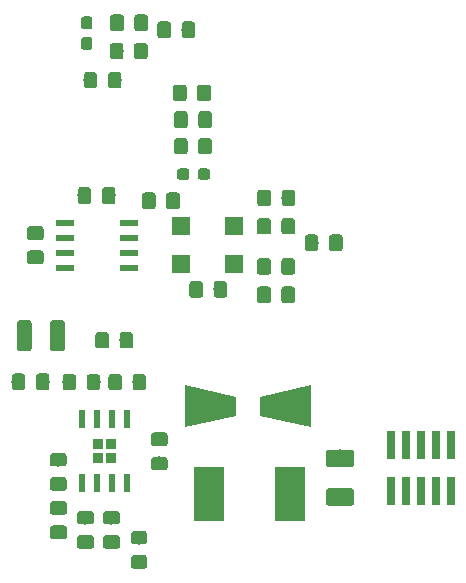
<source format=gbp>
G04 #@! TF.GenerationSoftware,KiCad,Pcbnew,(5.99.0-97-g37fac7a8f)*
G04 #@! TF.CreationDate,2019-12-11T21:19:42+01:00*
G04 #@! TF.ProjectId,canbox,63616e62-6f78-42e6-9b69-6361645f7063,rev?*
G04 #@! TF.SameCoordinates,Original*
G04 #@! TF.FileFunction,Paste,Bot*
G04 #@! TF.FilePolarity,Positive*
%FSLAX46Y46*%
G04 Gerber Fmt 4.6, Leading zero omitted, Abs format (unit mm)*
G04 Created by KiCad (PCBNEW (5.99.0-97-g37fac7a8f)) date 2019-12-11 21:19:42*
%MOMM*%
%LPD*%
G04 APERTURE LIST*
%ADD10C,0.100000*%
%ADD11C,1.150000*%
%ADD12C,1.250000*%
%ADD13C,2.532420*%
%ADD14R,1.524000X1.524000*%
%ADD15R,0.740000X2.400000*%
%ADD16C,1.500000*%
%ADD17R,0.950000X0.950000*%
%ADD18R,0.600000X1.550000*%
%ADD19R,1.550000X0.600000*%
%ADD20C,0.950000*%
%ADD21R,2.500000X4.600000*%
G04 APERTURE END LIST*
D10*
G36*
X40785711Y-22754070D02*
G01*
X40866817Y-22808263D01*
X40921010Y-22889369D01*
X40940040Y-22985039D01*
X40940040Y-23885041D01*
X40921010Y-23980711D01*
X40866817Y-24061817D01*
X40785711Y-24116010D01*
X40690041Y-24135040D01*
X40040039Y-24135040D01*
X39944369Y-24116010D01*
X39863263Y-24061817D01*
X39809070Y-23980711D01*
X39790040Y-23885041D01*
X39790040Y-22985039D01*
X39809070Y-22889369D01*
X39863263Y-22808263D01*
X39944369Y-22754070D01*
X40040039Y-22735040D01*
X40690041Y-22735040D01*
X40785711Y-22754070D01*
X40785711Y-22754070D01*
G37*
D11*
X40365040Y-23435040D03*
D10*
G36*
X42835711Y-22754070D02*
G01*
X42916817Y-22808263D01*
X42971010Y-22889369D01*
X42990040Y-22985039D01*
X42990040Y-23885041D01*
X42971010Y-23980711D01*
X42916817Y-24061817D01*
X42835711Y-24116010D01*
X42740041Y-24135040D01*
X42090039Y-24135040D01*
X41994369Y-24116010D01*
X41913263Y-24061817D01*
X41859070Y-23980711D01*
X41840040Y-23885041D01*
X41840040Y-22985039D01*
X41859070Y-22889369D01*
X41913263Y-22808263D01*
X41994369Y-22754070D01*
X42090039Y-22735040D01*
X42740041Y-22735040D01*
X42835711Y-22754070D01*
X42835711Y-22754070D01*
G37*
D11*
X42415040Y-23435040D03*
D10*
G36*
X31785711Y-48029070D02*
G01*
X31866817Y-48083263D01*
X31921010Y-48164369D01*
X31940040Y-48260040D01*
X31940040Y-50410040D01*
X31921010Y-50505711D01*
X31866817Y-50586817D01*
X31785711Y-50641010D01*
X31690040Y-50660040D01*
X30940040Y-50660040D01*
X30844369Y-50641010D01*
X30763263Y-50586817D01*
X30709070Y-50505711D01*
X30690040Y-50410040D01*
X30690040Y-48260040D01*
X30709070Y-48164369D01*
X30763263Y-48083263D01*
X30844369Y-48029070D01*
X30940040Y-48010040D01*
X31690040Y-48010040D01*
X31785711Y-48029070D01*
X31785711Y-48029070D01*
G37*
D12*
X31315040Y-49335040D03*
D10*
G36*
X28985711Y-48029070D02*
G01*
X29066817Y-48083263D01*
X29121010Y-48164369D01*
X29140040Y-48260040D01*
X29140040Y-50410040D01*
X29121010Y-50505711D01*
X29066817Y-50586817D01*
X28985711Y-50641010D01*
X28890040Y-50660040D01*
X28140040Y-50660040D01*
X28044369Y-50641010D01*
X27963263Y-50586817D01*
X27909070Y-50505711D01*
X27890040Y-50410040D01*
X27890040Y-48260040D01*
X27909070Y-48164369D01*
X27963263Y-48083263D01*
X28044369Y-48029070D01*
X28140040Y-48010040D01*
X28890040Y-48010040D01*
X28985711Y-48029070D01*
X28985711Y-48029070D01*
G37*
D12*
X28515040Y-49335040D03*
D13*
X50657760Y-55298340D03*
D10*
G36*
X52807760Y-53498340D02*
G01*
X52807760Y-57098340D01*
X48507760Y-56098340D01*
X48507760Y-54498340D01*
X52807760Y-53498340D01*
X52807760Y-53498340D01*
G37*
D13*
X44257760Y-55298340D03*
D10*
G36*
X42107760Y-57098340D02*
G01*
X42107760Y-53498340D01*
X46407760Y-54498340D01*
X46407760Y-56098340D01*
X42107760Y-57098340D01*
X42107760Y-57098340D01*
G37*
D14*
X41758661Y-40065858D03*
X41758661Y-43265858D03*
X46258661Y-43265858D03*
X46258661Y-40065858D03*
D10*
G36*
X35530529Y-49040499D02*
G01*
X35611635Y-49094692D01*
X35665828Y-49175798D01*
X35684858Y-49271468D01*
X35684858Y-50171470D01*
X35665828Y-50267140D01*
X35611635Y-50348246D01*
X35530529Y-50402439D01*
X35434859Y-50421469D01*
X34784857Y-50421469D01*
X34689187Y-50402439D01*
X34608081Y-50348246D01*
X34553888Y-50267140D01*
X34534858Y-50171470D01*
X34534858Y-49271468D01*
X34553888Y-49175798D01*
X34608081Y-49094692D01*
X34689187Y-49040499D01*
X34784857Y-49021469D01*
X35434859Y-49021469D01*
X35530529Y-49040499D01*
X35530529Y-49040499D01*
G37*
D11*
X35109858Y-49721469D03*
D10*
G36*
X37580529Y-49040499D02*
G01*
X37661635Y-49094692D01*
X37715828Y-49175798D01*
X37734858Y-49271468D01*
X37734858Y-50171470D01*
X37715828Y-50267140D01*
X37661635Y-50348246D01*
X37580529Y-50402439D01*
X37484859Y-50421469D01*
X36834857Y-50421469D01*
X36739187Y-50402439D01*
X36658081Y-50348246D01*
X36603888Y-50267140D01*
X36584858Y-50171470D01*
X36584858Y-49271468D01*
X36603888Y-49175798D01*
X36658081Y-49094692D01*
X36739187Y-49040499D01*
X36834857Y-49021469D01*
X37484859Y-49021469D01*
X37580529Y-49040499D01*
X37580529Y-49040499D01*
G37*
D11*
X37159858Y-49721469D03*
D10*
G36*
X42105711Y-28094070D02*
G01*
X42186817Y-28148263D01*
X42241010Y-28229369D01*
X42260040Y-28325039D01*
X42260040Y-29225041D01*
X42241010Y-29320711D01*
X42186817Y-29401817D01*
X42105711Y-29456010D01*
X42010041Y-29475040D01*
X41360039Y-29475040D01*
X41264369Y-29456010D01*
X41183263Y-29401817D01*
X41129070Y-29320711D01*
X41110040Y-29225041D01*
X41110040Y-28325039D01*
X41129070Y-28229369D01*
X41183263Y-28148263D01*
X41264369Y-28094070D01*
X41360039Y-28075040D01*
X42010041Y-28075040D01*
X42105711Y-28094070D01*
X42105711Y-28094070D01*
G37*
D11*
X41685040Y-28775040D03*
D10*
G36*
X44155711Y-28094070D02*
G01*
X44236817Y-28148263D01*
X44291010Y-28229369D01*
X44310040Y-28325039D01*
X44310040Y-29225041D01*
X44291010Y-29320711D01*
X44236817Y-29401817D01*
X44155711Y-29456010D01*
X44060041Y-29475040D01*
X43410039Y-29475040D01*
X43314369Y-29456010D01*
X43233263Y-29401817D01*
X43179070Y-29320711D01*
X43160040Y-29225041D01*
X43160040Y-28325039D01*
X43179070Y-28229369D01*
X43233263Y-28148263D01*
X43314369Y-28094070D01*
X43410039Y-28075040D01*
X44060041Y-28075040D01*
X44155711Y-28094070D01*
X44155711Y-28094070D01*
G37*
D11*
X43735040Y-28775040D03*
D10*
G36*
X38805711Y-24547868D02*
G01*
X38886817Y-24602061D01*
X38941010Y-24683167D01*
X38960040Y-24778837D01*
X38960040Y-25678839D01*
X38941010Y-25774509D01*
X38886817Y-25855615D01*
X38805711Y-25909808D01*
X38710041Y-25928838D01*
X38060039Y-25928838D01*
X37964369Y-25909808D01*
X37883263Y-25855615D01*
X37829070Y-25774509D01*
X37810040Y-25678839D01*
X37810040Y-24778837D01*
X37829070Y-24683167D01*
X37883263Y-24602061D01*
X37964369Y-24547868D01*
X38060039Y-24528838D01*
X38710041Y-24528838D01*
X38805711Y-24547868D01*
X38805711Y-24547868D01*
G37*
D11*
X38385040Y-25228838D03*
D10*
G36*
X36755711Y-24547868D02*
G01*
X36836817Y-24602061D01*
X36891010Y-24683167D01*
X36910040Y-24778837D01*
X36910040Y-25678839D01*
X36891010Y-25774509D01*
X36836817Y-25855615D01*
X36755711Y-25909808D01*
X36660041Y-25928838D01*
X36010039Y-25928838D01*
X35914369Y-25909808D01*
X35833263Y-25855615D01*
X35779070Y-25774509D01*
X35760040Y-25678839D01*
X35760040Y-24778837D01*
X35779070Y-24683167D01*
X35833263Y-24602061D01*
X35914369Y-24547868D01*
X36010039Y-24528838D01*
X36660041Y-24528838D01*
X36755711Y-24547868D01*
X36755711Y-24547868D01*
G37*
D11*
X36335040Y-25228838D03*
D10*
G36*
X42195711Y-30354070D02*
G01*
X42276817Y-30408263D01*
X42331010Y-30489369D01*
X42350040Y-30585039D01*
X42350040Y-31485041D01*
X42331010Y-31580711D01*
X42276817Y-31661817D01*
X42195711Y-31716010D01*
X42100041Y-31735040D01*
X41450039Y-31735040D01*
X41354369Y-31716010D01*
X41273263Y-31661817D01*
X41219070Y-31580711D01*
X41200040Y-31485041D01*
X41200040Y-30585039D01*
X41219070Y-30489369D01*
X41273263Y-30408263D01*
X41354369Y-30354070D01*
X41450039Y-30335040D01*
X42100041Y-30335040D01*
X42195711Y-30354070D01*
X42195711Y-30354070D01*
G37*
D11*
X41775040Y-31035040D03*
D10*
G36*
X44245711Y-30354070D02*
G01*
X44326817Y-30408263D01*
X44381010Y-30489369D01*
X44400040Y-30585039D01*
X44400040Y-31485041D01*
X44381010Y-31580711D01*
X44326817Y-31661817D01*
X44245711Y-31716010D01*
X44150041Y-31735040D01*
X43500039Y-31735040D01*
X43404369Y-31716010D01*
X43323263Y-31661817D01*
X43269070Y-31580711D01*
X43250040Y-31485041D01*
X43250040Y-30585039D01*
X43269070Y-30489369D01*
X43323263Y-30408263D01*
X43404369Y-30354070D01*
X43500039Y-30335040D01*
X44150041Y-30335040D01*
X44245711Y-30354070D01*
X44245711Y-30354070D01*
G37*
D11*
X43825040Y-31035040D03*
D10*
G36*
X36079332Y-36784888D02*
G01*
X36160438Y-36839081D01*
X36214631Y-36920187D01*
X36233661Y-37015857D01*
X36233661Y-37915859D01*
X36214631Y-38011529D01*
X36160438Y-38092635D01*
X36079332Y-38146828D01*
X35983662Y-38165858D01*
X35333660Y-38165858D01*
X35237990Y-38146828D01*
X35156884Y-38092635D01*
X35102691Y-38011529D01*
X35083661Y-37915859D01*
X35083661Y-37015857D01*
X35102691Y-36920187D01*
X35156884Y-36839081D01*
X35237990Y-36784888D01*
X35333660Y-36765858D01*
X35983662Y-36765858D01*
X36079332Y-36784888D01*
X36079332Y-36784888D01*
G37*
D11*
X35658661Y-37465858D03*
D10*
G36*
X34029332Y-36784888D02*
G01*
X34110438Y-36839081D01*
X34164631Y-36920187D01*
X34183661Y-37015857D01*
X34183661Y-37915859D01*
X34164631Y-38011529D01*
X34110438Y-38092635D01*
X34029332Y-38146828D01*
X33933662Y-38165858D01*
X33283660Y-38165858D01*
X33187990Y-38146828D01*
X33106884Y-38092635D01*
X33052691Y-38011529D01*
X33033661Y-37915859D01*
X33033661Y-37015857D01*
X33052691Y-36920187D01*
X33106884Y-36839081D01*
X33187990Y-36784888D01*
X33283660Y-36765858D01*
X33933662Y-36765858D01*
X34029332Y-36784888D01*
X34029332Y-36784888D01*
G37*
D11*
X33608661Y-37465858D03*
D15*
X64605040Y-62525040D03*
X64605040Y-58625040D03*
X63335040Y-62525040D03*
X63335040Y-58625040D03*
X62065040Y-62525040D03*
X62065040Y-58625040D03*
X60795040Y-62525040D03*
X60795040Y-58625040D03*
X59525040Y-62525040D03*
X59525040Y-58625040D03*
D10*
G36*
X56255711Y-59000978D02*
G01*
X56336817Y-59055171D01*
X56391010Y-59136277D01*
X56410040Y-59231948D01*
X56410040Y-60231948D01*
X56391010Y-60327619D01*
X56336817Y-60408725D01*
X56255711Y-60462918D01*
X56160040Y-60481948D01*
X54310040Y-60481948D01*
X54214369Y-60462918D01*
X54133263Y-60408725D01*
X54079070Y-60327619D01*
X54060040Y-60231948D01*
X54060040Y-59231948D01*
X54079070Y-59136277D01*
X54133263Y-59055171D01*
X54214369Y-59000978D01*
X54310040Y-58981948D01*
X56160040Y-58981948D01*
X56255711Y-59000978D01*
X56255711Y-59000978D01*
G37*
D16*
X55235040Y-59731948D03*
D10*
G36*
X56255711Y-62250978D02*
G01*
X56336817Y-62305171D01*
X56391010Y-62386277D01*
X56410040Y-62481948D01*
X56410040Y-63481948D01*
X56391010Y-63577619D01*
X56336817Y-63658725D01*
X56255711Y-63712918D01*
X56160040Y-63731948D01*
X54310040Y-63731948D01*
X54214369Y-63712918D01*
X54133263Y-63658725D01*
X54079070Y-63577619D01*
X54060040Y-63481948D01*
X54060040Y-62481948D01*
X54079070Y-62386277D01*
X54133263Y-62305171D01*
X54214369Y-62250978D01*
X54310040Y-62231948D01*
X56160040Y-62231948D01*
X56255711Y-62250978D01*
X56255711Y-62250978D01*
G37*
D16*
X55235040Y-62981948D03*
D17*
X35898558Y-58494729D03*
X35898558Y-59669729D03*
X34723558Y-59669729D03*
X34723558Y-58494729D03*
D18*
X37216058Y-56382229D03*
X35946058Y-56382229D03*
X34676058Y-56382229D03*
X33406058Y-56382229D03*
X33406058Y-61782229D03*
X34676058Y-61782229D03*
X35946058Y-61782229D03*
X37216058Y-61782229D03*
D10*
G36*
X36441729Y-64176259D02*
G01*
X36522835Y-64230452D01*
X36577028Y-64311558D01*
X36596058Y-64407228D01*
X36596058Y-65057230D01*
X36577028Y-65152900D01*
X36522835Y-65234006D01*
X36441729Y-65288199D01*
X36346059Y-65307229D01*
X35446057Y-65307229D01*
X35350387Y-65288199D01*
X35269281Y-65234006D01*
X35215088Y-65152900D01*
X35196058Y-65057230D01*
X35196058Y-64407228D01*
X35215088Y-64311558D01*
X35269281Y-64230452D01*
X35350387Y-64176259D01*
X35446057Y-64157229D01*
X36346059Y-64157229D01*
X36441729Y-64176259D01*
X36441729Y-64176259D01*
G37*
D11*
X35896058Y-64732229D03*
D10*
G36*
X36441729Y-66226259D02*
G01*
X36522835Y-66280452D01*
X36577028Y-66361558D01*
X36596058Y-66457228D01*
X36596058Y-67107230D01*
X36577028Y-67202900D01*
X36522835Y-67284006D01*
X36441729Y-67338199D01*
X36346059Y-67357229D01*
X35446057Y-67357229D01*
X35350387Y-67338199D01*
X35269281Y-67284006D01*
X35215088Y-67202900D01*
X35196058Y-67107230D01*
X35196058Y-66457228D01*
X35215088Y-66361558D01*
X35269281Y-66280452D01*
X35350387Y-66226259D01*
X35446057Y-66207229D01*
X36346059Y-66207229D01*
X36441729Y-66226259D01*
X36441729Y-66226259D01*
G37*
D11*
X35896058Y-66782229D03*
D10*
G36*
X38780711Y-65869070D02*
G01*
X38861817Y-65923263D01*
X38916010Y-66004369D01*
X38935040Y-66100039D01*
X38935040Y-66750041D01*
X38916010Y-66845711D01*
X38861817Y-66926817D01*
X38780711Y-66981010D01*
X38685041Y-67000040D01*
X37785039Y-67000040D01*
X37689369Y-66981010D01*
X37608263Y-66926817D01*
X37554070Y-66845711D01*
X37535040Y-66750041D01*
X37535040Y-66100039D01*
X37554070Y-66004369D01*
X37608263Y-65923263D01*
X37689369Y-65869070D01*
X37785039Y-65850040D01*
X38685041Y-65850040D01*
X38780711Y-65869070D01*
X38780711Y-65869070D01*
G37*
D11*
X38235040Y-66425040D03*
D10*
G36*
X38780711Y-67919070D02*
G01*
X38861817Y-67973263D01*
X38916010Y-68054369D01*
X38935040Y-68150039D01*
X38935040Y-68800041D01*
X38916010Y-68895711D01*
X38861817Y-68976817D01*
X38780711Y-69031010D01*
X38685041Y-69050040D01*
X37785039Y-69050040D01*
X37689369Y-69031010D01*
X37608263Y-68976817D01*
X37554070Y-68895711D01*
X37535040Y-68800041D01*
X37535040Y-68150039D01*
X37554070Y-68054369D01*
X37608263Y-67973263D01*
X37689369Y-67919070D01*
X37785039Y-67900040D01*
X38685041Y-67900040D01*
X38780711Y-67919070D01*
X38780711Y-67919070D01*
G37*
D11*
X38235040Y-68475040D03*
D19*
X37358661Y-43570858D03*
X37358661Y-42300858D03*
X37358661Y-41030858D03*
X37358661Y-39760858D03*
X31958661Y-39760858D03*
X31958661Y-41030858D03*
X31958661Y-42300858D03*
X31958661Y-43570858D03*
D10*
G36*
X51279332Y-42784888D02*
G01*
X51360438Y-42839081D01*
X51414631Y-42920187D01*
X51433661Y-43015857D01*
X51433661Y-43915859D01*
X51414631Y-44011529D01*
X51360438Y-44092635D01*
X51279332Y-44146828D01*
X51183662Y-44165858D01*
X50533660Y-44165858D01*
X50437990Y-44146828D01*
X50356884Y-44092635D01*
X50302691Y-44011529D01*
X50283661Y-43915859D01*
X50283661Y-43015857D01*
X50302691Y-42920187D01*
X50356884Y-42839081D01*
X50437990Y-42784888D01*
X50533660Y-42765858D01*
X51183662Y-42765858D01*
X51279332Y-42784888D01*
X51279332Y-42784888D01*
G37*
D11*
X50858661Y-43465858D03*
D10*
G36*
X49229332Y-42784888D02*
G01*
X49310438Y-42839081D01*
X49364631Y-42920187D01*
X49383661Y-43015857D01*
X49383661Y-43915859D01*
X49364631Y-44011529D01*
X49310438Y-44092635D01*
X49229332Y-44146828D01*
X49133662Y-44165858D01*
X48483660Y-44165858D01*
X48387990Y-44146828D01*
X48306884Y-44092635D01*
X48252691Y-44011529D01*
X48233661Y-43915859D01*
X48233661Y-43015857D01*
X48252691Y-42920187D01*
X48306884Y-42839081D01*
X48387990Y-42784888D01*
X48483660Y-42765858D01*
X49133662Y-42765858D01*
X49229332Y-42784888D01*
X49229332Y-42784888D01*
G37*
D11*
X48808661Y-43465858D03*
D10*
G36*
X51279332Y-39384888D02*
G01*
X51360438Y-39439081D01*
X51414631Y-39520187D01*
X51433661Y-39615857D01*
X51433661Y-40515859D01*
X51414631Y-40611529D01*
X51360438Y-40692635D01*
X51279332Y-40746828D01*
X51183662Y-40765858D01*
X50533660Y-40765858D01*
X50437990Y-40746828D01*
X50356884Y-40692635D01*
X50302691Y-40611529D01*
X50283661Y-40515859D01*
X50283661Y-39615857D01*
X50302691Y-39520187D01*
X50356884Y-39439081D01*
X50437990Y-39384888D01*
X50533660Y-39365858D01*
X51183662Y-39365858D01*
X51279332Y-39384888D01*
X51279332Y-39384888D01*
G37*
D11*
X50858661Y-40065858D03*
D10*
G36*
X49229332Y-39384888D02*
G01*
X49310438Y-39439081D01*
X49364631Y-39520187D01*
X49383661Y-39615857D01*
X49383661Y-40515859D01*
X49364631Y-40611529D01*
X49310438Y-40692635D01*
X49229332Y-40746828D01*
X49133662Y-40765858D01*
X48483660Y-40765858D01*
X48387990Y-40746828D01*
X48306884Y-40692635D01*
X48252691Y-40611529D01*
X48233661Y-40515859D01*
X48233661Y-39615857D01*
X48252691Y-39520187D01*
X48306884Y-39439081D01*
X48387990Y-39384888D01*
X48483660Y-39365858D01*
X49133662Y-39365858D01*
X49229332Y-39384888D01*
X49229332Y-39384888D01*
G37*
D11*
X48808661Y-40065858D03*
D10*
G36*
X31936729Y-59276259D02*
G01*
X32017835Y-59330452D01*
X32072028Y-59411558D01*
X32091058Y-59507228D01*
X32091058Y-60157230D01*
X32072028Y-60252900D01*
X32017835Y-60334006D01*
X31936729Y-60388199D01*
X31841059Y-60407229D01*
X30941057Y-60407229D01*
X30845387Y-60388199D01*
X30764281Y-60334006D01*
X30710088Y-60252900D01*
X30691058Y-60157230D01*
X30691058Y-59507228D01*
X30710088Y-59411558D01*
X30764281Y-59330452D01*
X30845387Y-59276259D01*
X30941057Y-59257229D01*
X31841059Y-59257229D01*
X31936729Y-59276259D01*
X31936729Y-59276259D01*
G37*
D11*
X31391058Y-59832229D03*
D10*
G36*
X31936729Y-61326259D02*
G01*
X32017835Y-61380452D01*
X32072028Y-61461558D01*
X32091058Y-61557228D01*
X32091058Y-62207230D01*
X32072028Y-62302900D01*
X32017835Y-62384006D01*
X31936729Y-62438199D01*
X31841059Y-62457229D01*
X30941057Y-62457229D01*
X30845387Y-62438199D01*
X30764281Y-62384006D01*
X30710088Y-62302900D01*
X30691058Y-62207230D01*
X30691058Y-61557228D01*
X30710088Y-61461558D01*
X30764281Y-61380452D01*
X30845387Y-61326259D01*
X30941057Y-61307229D01*
X31841059Y-61307229D01*
X31936729Y-61326259D01*
X31936729Y-61326259D01*
G37*
D11*
X31391058Y-61882229D03*
D10*
G36*
X31956729Y-63361259D02*
G01*
X32037835Y-63415452D01*
X32092028Y-63496558D01*
X32111058Y-63592228D01*
X32111058Y-64242230D01*
X32092028Y-64337900D01*
X32037835Y-64419006D01*
X31956729Y-64473199D01*
X31861059Y-64492229D01*
X30961057Y-64492229D01*
X30865387Y-64473199D01*
X30784281Y-64419006D01*
X30730088Y-64337900D01*
X30711058Y-64242230D01*
X30711058Y-63592228D01*
X30730088Y-63496558D01*
X30784281Y-63415452D01*
X30865387Y-63361259D01*
X30961057Y-63342229D01*
X31861059Y-63342229D01*
X31956729Y-63361259D01*
X31956729Y-63361259D01*
G37*
D11*
X31411058Y-63917229D03*
D10*
G36*
X31956729Y-65411259D02*
G01*
X32037835Y-65465452D01*
X32092028Y-65546558D01*
X32111058Y-65642228D01*
X32111058Y-66292230D01*
X32092028Y-66387900D01*
X32037835Y-66469006D01*
X31956729Y-66523199D01*
X31861059Y-66542229D01*
X30961057Y-66542229D01*
X30865387Y-66523199D01*
X30784281Y-66469006D01*
X30730088Y-66387900D01*
X30711058Y-66292230D01*
X30711058Y-65642228D01*
X30730088Y-65546558D01*
X30784281Y-65465452D01*
X30865387Y-65411259D01*
X30961057Y-65392229D01*
X31861059Y-65392229D01*
X31956729Y-65411259D01*
X31956729Y-65411259D01*
G37*
D11*
X31411058Y-65967229D03*
D10*
G36*
X32746729Y-52571259D02*
G01*
X32827835Y-52625452D01*
X32882028Y-52706558D01*
X32901058Y-52802228D01*
X32901058Y-53702230D01*
X32882028Y-53797900D01*
X32827835Y-53879006D01*
X32746729Y-53933199D01*
X32651059Y-53952229D01*
X32001057Y-53952229D01*
X31905387Y-53933199D01*
X31824281Y-53879006D01*
X31770088Y-53797900D01*
X31751058Y-53702230D01*
X31751058Y-52802228D01*
X31770088Y-52706558D01*
X31824281Y-52625452D01*
X31905387Y-52571259D01*
X32001057Y-52552229D01*
X32651059Y-52552229D01*
X32746729Y-52571259D01*
X32746729Y-52571259D01*
G37*
D11*
X32326058Y-53252229D03*
D10*
G36*
X34796729Y-52571259D02*
G01*
X34877835Y-52625452D01*
X34932028Y-52706558D01*
X34951058Y-52802228D01*
X34951058Y-53702230D01*
X34932028Y-53797900D01*
X34877835Y-53879006D01*
X34796729Y-53933199D01*
X34701059Y-53952229D01*
X34051057Y-53952229D01*
X33955387Y-53933199D01*
X33874281Y-53879006D01*
X33820088Y-53797900D01*
X33801058Y-53702230D01*
X33801058Y-52802228D01*
X33820088Y-52706558D01*
X33874281Y-52625452D01*
X33955387Y-52571259D01*
X34051057Y-52552229D01*
X34701059Y-52552229D01*
X34796729Y-52571259D01*
X34796729Y-52571259D01*
G37*
D11*
X34376058Y-53252229D03*
D10*
G36*
X51304332Y-36984888D02*
G01*
X51385438Y-37039081D01*
X51439631Y-37120187D01*
X51458661Y-37215857D01*
X51458661Y-38115859D01*
X51439631Y-38211529D01*
X51385438Y-38292635D01*
X51304332Y-38346828D01*
X51208662Y-38365858D01*
X50558660Y-38365858D01*
X50462990Y-38346828D01*
X50381884Y-38292635D01*
X50327691Y-38211529D01*
X50308661Y-38115859D01*
X50308661Y-37215857D01*
X50327691Y-37120187D01*
X50381884Y-37039081D01*
X50462990Y-36984888D01*
X50558660Y-36965858D01*
X51208662Y-36965858D01*
X51304332Y-36984888D01*
X51304332Y-36984888D01*
G37*
D11*
X50883661Y-37665858D03*
D10*
G36*
X49254332Y-36984888D02*
G01*
X49335438Y-37039081D01*
X49389631Y-37120187D01*
X49408661Y-37215857D01*
X49408661Y-38115859D01*
X49389631Y-38211529D01*
X49335438Y-38292635D01*
X49254332Y-38346828D01*
X49158662Y-38365858D01*
X48508660Y-38365858D01*
X48412990Y-38346828D01*
X48331884Y-38292635D01*
X48277691Y-38211529D01*
X48258661Y-38115859D01*
X48258661Y-37215857D01*
X48277691Y-37120187D01*
X48331884Y-37039081D01*
X48412990Y-36984888D01*
X48508660Y-36965858D01*
X49158662Y-36965858D01*
X49254332Y-36984888D01*
X49254332Y-36984888D01*
G37*
D11*
X48833661Y-37665858D03*
D10*
G36*
X51279332Y-45184888D02*
G01*
X51360438Y-45239081D01*
X51414631Y-45320187D01*
X51433661Y-45415857D01*
X51433661Y-46315859D01*
X51414631Y-46411529D01*
X51360438Y-46492635D01*
X51279332Y-46546828D01*
X51183662Y-46565858D01*
X50533660Y-46565858D01*
X50437990Y-46546828D01*
X50356884Y-46492635D01*
X50302691Y-46411529D01*
X50283661Y-46315859D01*
X50283661Y-45415857D01*
X50302691Y-45320187D01*
X50356884Y-45239081D01*
X50437990Y-45184888D01*
X50533660Y-45165858D01*
X51183662Y-45165858D01*
X51279332Y-45184888D01*
X51279332Y-45184888D01*
G37*
D11*
X50858661Y-45865858D03*
D10*
G36*
X49229332Y-45184888D02*
G01*
X49310438Y-45239081D01*
X49364631Y-45320187D01*
X49383661Y-45415857D01*
X49383661Y-46315859D01*
X49364631Y-46411529D01*
X49310438Y-46492635D01*
X49229332Y-46546828D01*
X49133662Y-46565858D01*
X48483660Y-46565858D01*
X48387990Y-46546828D01*
X48306884Y-46492635D01*
X48252691Y-46411529D01*
X48233661Y-46315859D01*
X48233661Y-45415857D01*
X48252691Y-45320187D01*
X48306884Y-45239081D01*
X48387990Y-45184888D01*
X48483660Y-45165858D01*
X49133662Y-45165858D01*
X49229332Y-45184888D01*
X49229332Y-45184888D01*
G37*
D11*
X48808661Y-45865858D03*
D10*
G36*
X41525711Y-37224070D02*
G01*
X41606817Y-37278263D01*
X41661010Y-37359369D01*
X41680040Y-37455039D01*
X41680040Y-38355041D01*
X41661010Y-38450711D01*
X41606817Y-38531817D01*
X41525711Y-38586010D01*
X41430041Y-38605040D01*
X40780039Y-38605040D01*
X40684369Y-38586010D01*
X40603263Y-38531817D01*
X40549070Y-38450711D01*
X40530040Y-38355041D01*
X40530040Y-37455039D01*
X40549070Y-37359369D01*
X40603263Y-37278263D01*
X40684369Y-37224070D01*
X40780039Y-37205040D01*
X41430041Y-37205040D01*
X41525711Y-37224070D01*
X41525711Y-37224070D01*
G37*
D11*
X41105040Y-37905040D03*
D10*
G36*
X39475711Y-37224070D02*
G01*
X39556817Y-37278263D01*
X39611010Y-37359369D01*
X39630040Y-37455039D01*
X39630040Y-38355041D01*
X39611010Y-38450711D01*
X39556817Y-38531817D01*
X39475711Y-38586010D01*
X39380041Y-38605040D01*
X38730039Y-38605040D01*
X38634369Y-38586010D01*
X38553263Y-38531817D01*
X38499070Y-38450711D01*
X38480040Y-38355041D01*
X38480040Y-37455039D01*
X38499070Y-37359369D01*
X38553263Y-37278263D01*
X38634369Y-37224070D01*
X38730039Y-37205040D01*
X39380041Y-37205040D01*
X39475711Y-37224070D01*
X39475711Y-37224070D01*
G37*
D11*
X39055040Y-37905040D03*
D10*
G36*
X45535711Y-44724070D02*
G01*
X45616817Y-44778263D01*
X45671010Y-44859369D01*
X45690040Y-44955039D01*
X45690040Y-45855041D01*
X45671010Y-45950711D01*
X45616817Y-46031817D01*
X45535711Y-46086010D01*
X45440041Y-46105040D01*
X44790039Y-46105040D01*
X44694369Y-46086010D01*
X44613263Y-46031817D01*
X44559070Y-45950711D01*
X44540040Y-45855041D01*
X44540040Y-44955039D01*
X44559070Y-44859369D01*
X44613263Y-44778263D01*
X44694369Y-44724070D01*
X44790039Y-44705040D01*
X45440041Y-44705040D01*
X45535711Y-44724070D01*
X45535711Y-44724070D01*
G37*
D11*
X45115040Y-45405040D03*
D10*
G36*
X43485711Y-44724070D02*
G01*
X43566817Y-44778263D01*
X43621010Y-44859369D01*
X43640040Y-44955039D01*
X43640040Y-45855041D01*
X43621010Y-45950711D01*
X43566817Y-46031817D01*
X43485711Y-46086010D01*
X43390041Y-46105040D01*
X42740039Y-46105040D01*
X42644369Y-46086010D01*
X42563263Y-46031817D01*
X42509070Y-45950711D01*
X42490040Y-45855041D01*
X42490040Y-44955039D01*
X42509070Y-44859369D01*
X42563263Y-44778263D01*
X42644369Y-44724070D01*
X42740039Y-44705040D01*
X43390041Y-44705040D01*
X43485711Y-44724070D01*
X43485711Y-44724070D01*
G37*
D11*
X43065040Y-45405040D03*
D10*
G36*
X44103427Y-35188119D02*
G01*
X44180478Y-35239602D01*
X44231961Y-35316653D01*
X44250040Y-35407540D01*
X44250040Y-35882540D01*
X44231961Y-35973427D01*
X44180478Y-36050478D01*
X44103427Y-36101961D01*
X44012540Y-36120040D01*
X43437540Y-36120040D01*
X43346653Y-36101961D01*
X43269602Y-36050478D01*
X43218119Y-35973427D01*
X43200040Y-35882540D01*
X43200040Y-35407540D01*
X43218119Y-35316653D01*
X43269602Y-35239602D01*
X43346653Y-35188119D01*
X43437540Y-35170040D01*
X44012540Y-35170040D01*
X44103427Y-35188119D01*
X44103427Y-35188119D01*
G37*
D20*
X43725040Y-35645040D03*
D10*
G36*
X42353427Y-35188119D02*
G01*
X42430478Y-35239602D01*
X42481961Y-35316653D01*
X42500040Y-35407540D01*
X42500040Y-35882540D01*
X42481961Y-35973427D01*
X42430478Y-36050478D01*
X42353427Y-36101961D01*
X42262540Y-36120040D01*
X41687540Y-36120040D01*
X41596653Y-36101961D01*
X41519602Y-36050478D01*
X41468119Y-35973427D01*
X41450040Y-35882540D01*
X41450040Y-35407540D01*
X41468119Y-35316653D01*
X41519602Y-35239602D01*
X41596653Y-35188119D01*
X41687540Y-35170040D01*
X42262540Y-35170040D01*
X42353427Y-35188119D01*
X42353427Y-35188119D01*
G37*
D20*
X41975040Y-35645040D03*
D10*
G36*
X34133427Y-22328119D02*
G01*
X34210478Y-22379602D01*
X34261961Y-22456653D01*
X34280040Y-22547540D01*
X34280040Y-23122540D01*
X34261961Y-23213427D01*
X34210478Y-23290478D01*
X34133427Y-23341961D01*
X34042540Y-23360040D01*
X33567540Y-23360040D01*
X33476653Y-23341961D01*
X33399602Y-23290478D01*
X33348119Y-23213427D01*
X33330040Y-23122540D01*
X33330040Y-22547540D01*
X33348119Y-22456653D01*
X33399602Y-22379602D01*
X33476653Y-22328119D01*
X33567540Y-22310040D01*
X34042540Y-22310040D01*
X34133427Y-22328119D01*
X34133427Y-22328119D01*
G37*
D20*
X33805040Y-22835040D03*
D10*
G36*
X34133427Y-24078119D02*
G01*
X34210478Y-24129602D01*
X34261961Y-24206653D01*
X34280040Y-24297540D01*
X34280040Y-24872540D01*
X34261961Y-24963427D01*
X34210478Y-25040478D01*
X34133427Y-25091961D01*
X34042540Y-25110040D01*
X33567540Y-25110040D01*
X33476653Y-25091961D01*
X33399602Y-25040478D01*
X33348119Y-24963427D01*
X33330040Y-24872540D01*
X33330040Y-24297540D01*
X33348119Y-24206653D01*
X33399602Y-24129602D01*
X33476653Y-24078119D01*
X33567540Y-24060040D01*
X34042540Y-24060040D01*
X34133427Y-24078119D01*
X34133427Y-24078119D01*
G37*
D20*
X33805040Y-24585040D03*
D10*
G36*
X34241729Y-66226259D02*
G01*
X34322835Y-66280452D01*
X34377028Y-66361558D01*
X34396058Y-66457228D01*
X34396058Y-67107230D01*
X34377028Y-67202900D01*
X34322835Y-67284006D01*
X34241729Y-67338199D01*
X34146059Y-67357229D01*
X33246057Y-67357229D01*
X33150387Y-67338199D01*
X33069281Y-67284006D01*
X33015088Y-67202900D01*
X32996058Y-67107230D01*
X32996058Y-66457228D01*
X33015088Y-66361558D01*
X33069281Y-66280452D01*
X33150387Y-66226259D01*
X33246057Y-66207229D01*
X34146059Y-66207229D01*
X34241729Y-66226259D01*
X34241729Y-66226259D01*
G37*
D11*
X33696058Y-66782229D03*
D10*
G36*
X34241729Y-64176259D02*
G01*
X34322835Y-64230452D01*
X34377028Y-64311558D01*
X34396058Y-64407228D01*
X34396058Y-65057230D01*
X34377028Y-65152900D01*
X34322835Y-65234006D01*
X34241729Y-65288199D01*
X34146059Y-65307229D01*
X33246057Y-65307229D01*
X33150387Y-65288199D01*
X33069281Y-65234006D01*
X33015088Y-65152900D01*
X32996058Y-65057230D01*
X32996058Y-64407228D01*
X33015088Y-64311558D01*
X33069281Y-64230452D01*
X33150387Y-64176259D01*
X33246057Y-64157229D01*
X34146059Y-64157229D01*
X34241729Y-64176259D01*
X34241729Y-64176259D01*
G37*
D11*
X33696058Y-64732229D03*
D10*
G36*
X28444711Y-52548070D02*
G01*
X28525817Y-52602263D01*
X28580010Y-52683369D01*
X28599040Y-52779039D01*
X28599040Y-53679041D01*
X28580010Y-53774711D01*
X28525817Y-53855817D01*
X28444711Y-53910010D01*
X28349041Y-53929040D01*
X27699039Y-53929040D01*
X27603369Y-53910010D01*
X27522263Y-53855817D01*
X27468070Y-53774711D01*
X27449040Y-53679041D01*
X27449040Y-52779039D01*
X27468070Y-52683369D01*
X27522263Y-52602263D01*
X27603369Y-52548070D01*
X27699039Y-52529040D01*
X28349041Y-52529040D01*
X28444711Y-52548070D01*
X28444711Y-52548070D01*
G37*
D11*
X28024040Y-53229040D03*
D10*
G36*
X30494711Y-52548070D02*
G01*
X30575817Y-52602263D01*
X30630010Y-52683369D01*
X30649040Y-52779039D01*
X30649040Y-53679041D01*
X30630010Y-53774711D01*
X30575817Y-53855817D01*
X30494711Y-53910010D01*
X30399041Y-53929040D01*
X29749039Y-53929040D01*
X29653369Y-53910010D01*
X29572263Y-53855817D01*
X29518070Y-53774711D01*
X29499040Y-53679041D01*
X29499040Y-52779039D01*
X29518070Y-52683369D01*
X29572263Y-52602263D01*
X29653369Y-52548070D01*
X29749039Y-52529040D01*
X30399041Y-52529040D01*
X30494711Y-52548070D01*
X30494711Y-52548070D01*
G37*
D11*
X30074040Y-53229040D03*
D10*
G36*
X40504609Y-57552579D02*
G01*
X40585715Y-57606772D01*
X40639908Y-57687878D01*
X40658938Y-57783548D01*
X40658938Y-58433550D01*
X40639908Y-58529220D01*
X40585715Y-58610326D01*
X40504609Y-58664519D01*
X40408939Y-58683549D01*
X39508937Y-58683549D01*
X39413267Y-58664519D01*
X39332161Y-58610326D01*
X39277968Y-58529220D01*
X39258938Y-58433550D01*
X39258938Y-57783548D01*
X39277968Y-57687878D01*
X39332161Y-57606772D01*
X39413267Y-57552579D01*
X39508937Y-57533549D01*
X40408939Y-57533549D01*
X40504609Y-57552579D01*
X40504609Y-57552579D01*
G37*
D11*
X39958938Y-58108549D03*
D10*
G36*
X40504609Y-59602579D02*
G01*
X40585715Y-59656772D01*
X40639908Y-59737878D01*
X40658938Y-59833548D01*
X40658938Y-60483550D01*
X40639908Y-60579220D01*
X40585715Y-60660326D01*
X40504609Y-60714519D01*
X40408939Y-60733549D01*
X39508937Y-60733549D01*
X39413267Y-60714519D01*
X39332161Y-60660326D01*
X39277968Y-60579220D01*
X39258938Y-60483550D01*
X39258938Y-59833548D01*
X39277968Y-59737878D01*
X39332161Y-59656772D01*
X39413267Y-59602579D01*
X39508937Y-59583549D01*
X40408939Y-59583549D01*
X40504609Y-59602579D01*
X40504609Y-59602579D01*
G37*
D11*
X39958938Y-60158549D03*
D10*
G36*
X53254332Y-40784888D02*
G01*
X53335438Y-40839081D01*
X53389631Y-40920187D01*
X53408661Y-41015857D01*
X53408661Y-41915859D01*
X53389631Y-42011529D01*
X53335438Y-42092635D01*
X53254332Y-42146828D01*
X53158662Y-42165858D01*
X52508660Y-42165858D01*
X52412990Y-42146828D01*
X52331884Y-42092635D01*
X52277691Y-42011529D01*
X52258661Y-41915859D01*
X52258661Y-41015857D01*
X52277691Y-40920187D01*
X52331884Y-40839081D01*
X52412990Y-40784888D01*
X52508660Y-40765858D01*
X53158662Y-40765858D01*
X53254332Y-40784888D01*
X53254332Y-40784888D01*
G37*
D11*
X52833661Y-41465858D03*
D10*
G36*
X55304332Y-40784888D02*
G01*
X55385438Y-40839081D01*
X55439631Y-40920187D01*
X55458661Y-41015857D01*
X55458661Y-41915859D01*
X55439631Y-42011529D01*
X55385438Y-42092635D01*
X55304332Y-42146828D01*
X55208662Y-42165858D01*
X54558660Y-42165858D01*
X54462990Y-42146828D01*
X54381884Y-42092635D01*
X54327691Y-42011529D01*
X54308661Y-41915859D01*
X54308661Y-41015857D01*
X54327691Y-40920187D01*
X54381884Y-40839081D01*
X54462990Y-40784888D01*
X54558660Y-40765858D01*
X55208662Y-40765858D01*
X55304332Y-40784888D01*
X55304332Y-40784888D01*
G37*
D11*
X54883661Y-41465858D03*
D10*
G36*
X38681729Y-52581259D02*
G01*
X38762835Y-52635452D01*
X38817028Y-52716558D01*
X38836058Y-52812228D01*
X38836058Y-53712230D01*
X38817028Y-53807900D01*
X38762835Y-53889006D01*
X38681729Y-53943199D01*
X38586059Y-53962229D01*
X37936057Y-53962229D01*
X37840387Y-53943199D01*
X37759281Y-53889006D01*
X37705088Y-53807900D01*
X37686058Y-53712230D01*
X37686058Y-52812228D01*
X37705088Y-52716558D01*
X37759281Y-52635452D01*
X37840387Y-52581259D01*
X37936057Y-52562229D01*
X38586059Y-52562229D01*
X38681729Y-52581259D01*
X38681729Y-52581259D01*
G37*
D11*
X38261058Y-53262229D03*
D10*
G36*
X36631729Y-52581259D02*
G01*
X36712835Y-52635452D01*
X36767028Y-52716558D01*
X36786058Y-52812228D01*
X36786058Y-53712230D01*
X36767028Y-53807900D01*
X36712835Y-53889006D01*
X36631729Y-53943199D01*
X36536059Y-53962229D01*
X35886057Y-53962229D01*
X35790387Y-53943199D01*
X35709281Y-53889006D01*
X35655088Y-53807900D01*
X35636058Y-53712230D01*
X35636058Y-52812228D01*
X35655088Y-52716558D01*
X35709281Y-52635452D01*
X35790387Y-52581259D01*
X35886057Y-52562229D01*
X36536059Y-52562229D01*
X36631729Y-52581259D01*
X36631729Y-52581259D01*
G37*
D11*
X36211058Y-53262229D03*
D10*
G36*
X42185711Y-32594070D02*
G01*
X42266817Y-32648263D01*
X42321010Y-32729369D01*
X42340040Y-32825039D01*
X42340040Y-33725041D01*
X42321010Y-33820711D01*
X42266817Y-33901817D01*
X42185711Y-33956010D01*
X42090041Y-33975040D01*
X41440039Y-33975040D01*
X41344369Y-33956010D01*
X41263263Y-33901817D01*
X41209070Y-33820711D01*
X41190040Y-33725041D01*
X41190040Y-32825039D01*
X41209070Y-32729369D01*
X41263263Y-32648263D01*
X41344369Y-32594070D01*
X41440039Y-32575040D01*
X42090041Y-32575040D01*
X42185711Y-32594070D01*
X42185711Y-32594070D01*
G37*
D11*
X41765040Y-33275040D03*
D10*
G36*
X44235711Y-32594070D02*
G01*
X44316817Y-32648263D01*
X44371010Y-32729369D01*
X44390040Y-32825039D01*
X44390040Y-33725041D01*
X44371010Y-33820711D01*
X44316817Y-33901817D01*
X44235711Y-33956010D01*
X44140041Y-33975040D01*
X43490039Y-33975040D01*
X43394369Y-33956010D01*
X43313263Y-33901817D01*
X43259070Y-33820711D01*
X43240040Y-33725041D01*
X43240040Y-32825039D01*
X43259070Y-32729369D01*
X43313263Y-32648263D01*
X43394369Y-32594070D01*
X43490039Y-32575040D01*
X44140041Y-32575040D01*
X44235711Y-32594070D01*
X44235711Y-32594070D01*
G37*
D11*
X43815040Y-33275040D03*
D10*
G36*
X34536571Y-27007570D02*
G01*
X34617677Y-27061763D01*
X34671870Y-27142869D01*
X34690900Y-27238539D01*
X34690900Y-28138541D01*
X34671870Y-28234211D01*
X34617677Y-28315317D01*
X34536571Y-28369510D01*
X34440901Y-28388540D01*
X33790899Y-28388540D01*
X33695229Y-28369510D01*
X33614123Y-28315317D01*
X33559930Y-28234211D01*
X33540900Y-28138541D01*
X33540900Y-27238539D01*
X33559930Y-27142869D01*
X33614123Y-27061763D01*
X33695229Y-27007570D01*
X33790899Y-26988540D01*
X34440901Y-26988540D01*
X34536571Y-27007570D01*
X34536571Y-27007570D01*
G37*
D11*
X34115900Y-27688540D03*
D10*
G36*
X36586571Y-27007570D02*
G01*
X36667677Y-27061763D01*
X36721870Y-27142869D01*
X36740900Y-27238539D01*
X36740900Y-28138541D01*
X36721870Y-28234211D01*
X36667677Y-28315317D01*
X36586571Y-28369510D01*
X36490901Y-28388540D01*
X35840899Y-28388540D01*
X35745229Y-28369510D01*
X35664123Y-28315317D01*
X35609930Y-28234211D01*
X35590900Y-28138541D01*
X35590900Y-27238539D01*
X35609930Y-27142869D01*
X35664123Y-27061763D01*
X35745229Y-27007570D01*
X35840899Y-26988540D01*
X36490901Y-26988540D01*
X36586571Y-27007570D01*
X36586571Y-27007570D01*
G37*
D11*
X36165900Y-27688540D03*
D10*
G36*
X38835711Y-22144070D02*
G01*
X38916817Y-22198263D01*
X38971010Y-22279369D01*
X38990040Y-22375039D01*
X38990040Y-23275041D01*
X38971010Y-23370711D01*
X38916817Y-23451817D01*
X38835711Y-23506010D01*
X38740041Y-23525040D01*
X38090039Y-23525040D01*
X37994369Y-23506010D01*
X37913263Y-23451817D01*
X37859070Y-23370711D01*
X37840040Y-23275041D01*
X37840040Y-22375039D01*
X37859070Y-22279369D01*
X37913263Y-22198263D01*
X37994369Y-22144070D01*
X38090039Y-22125040D01*
X38740041Y-22125040D01*
X38835711Y-22144070D01*
X38835711Y-22144070D01*
G37*
D11*
X38415040Y-22825040D03*
D10*
G36*
X36785711Y-22144070D02*
G01*
X36866817Y-22198263D01*
X36921010Y-22279369D01*
X36940040Y-22375039D01*
X36940040Y-23275041D01*
X36921010Y-23370711D01*
X36866817Y-23451817D01*
X36785711Y-23506010D01*
X36690041Y-23525040D01*
X36040039Y-23525040D01*
X35944369Y-23506010D01*
X35863263Y-23451817D01*
X35809070Y-23370711D01*
X35790040Y-23275041D01*
X35790040Y-22375039D01*
X35809070Y-22279369D01*
X35863263Y-22198263D01*
X35944369Y-22144070D01*
X36040039Y-22125040D01*
X36690041Y-22125040D01*
X36785711Y-22144070D01*
X36785711Y-22144070D01*
G37*
D11*
X36365040Y-22825040D03*
D10*
G36*
X30004332Y-42134888D02*
G01*
X30085438Y-42189081D01*
X30139631Y-42270187D01*
X30158661Y-42365857D01*
X30158661Y-43015859D01*
X30139631Y-43111529D01*
X30085438Y-43192635D01*
X30004332Y-43246828D01*
X29908662Y-43265858D01*
X29008660Y-43265858D01*
X28912990Y-43246828D01*
X28831884Y-43192635D01*
X28777691Y-43111529D01*
X28758661Y-43015859D01*
X28758661Y-42365857D01*
X28777691Y-42270187D01*
X28831884Y-42189081D01*
X28912990Y-42134888D01*
X29008660Y-42115858D01*
X29908662Y-42115858D01*
X30004332Y-42134888D01*
X30004332Y-42134888D01*
G37*
D11*
X29458661Y-42690858D03*
D10*
G36*
X30004332Y-40084888D02*
G01*
X30085438Y-40139081D01*
X30139631Y-40220187D01*
X30158661Y-40315857D01*
X30158661Y-40965859D01*
X30139631Y-41061529D01*
X30085438Y-41142635D01*
X30004332Y-41196828D01*
X29908662Y-41215858D01*
X29008660Y-41215858D01*
X28912990Y-41196828D01*
X28831884Y-41142635D01*
X28777691Y-41061529D01*
X28758661Y-40965859D01*
X28758661Y-40315857D01*
X28777691Y-40220187D01*
X28831884Y-40139081D01*
X28912990Y-40084888D01*
X29008660Y-40065858D01*
X29908662Y-40065858D01*
X30004332Y-40084888D01*
X30004332Y-40084888D01*
G37*
D11*
X29458661Y-40640858D03*
D21*
X51045040Y-62755040D03*
X44145040Y-62755040D03*
M02*

</source>
